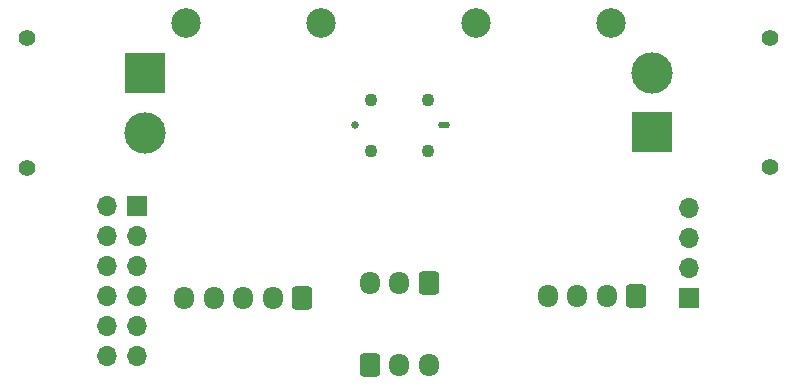
<source format=gbr>
%TF.GenerationSoftware,KiCad,Pcbnew,7.0.11*%
%TF.CreationDate,2025-01-20T01:43:57+09:00*%
%TF.ProjectId,Relay,52656c61-792e-46b6-9963-61645f706362,rev?*%
%TF.SameCoordinates,Original*%
%TF.FileFunction,Soldermask,Bot*%
%TF.FilePolarity,Negative*%
%FSLAX46Y46*%
G04 Gerber Fmt 4.6, Leading zero omitted, Abs format (unit mm)*
G04 Created by KiCad (PCBNEW 7.0.11) date 2025-01-20 01:43:57*
%MOMM*%
%LPD*%
G01*
G04 APERTURE LIST*
G04 Aperture macros list*
%AMRoundRect*
0 Rectangle with rounded corners*
0 $1 Rounding radius*
0 $2 $3 $4 $5 $6 $7 $8 $9 X,Y pos of 4 corners*
0 Add a 4 corners polygon primitive as box body*
4,1,4,$2,$3,$4,$5,$6,$7,$8,$9,$2,$3,0*
0 Add four circle primitives for the rounded corners*
1,1,$1+$1,$2,$3*
1,1,$1+$1,$4,$5*
1,1,$1+$1,$6,$7*
1,1,$1+$1,$8,$9*
0 Add four rect primitives between the rounded corners*
20,1,$1+$1,$2,$3,$4,$5,0*
20,1,$1+$1,$4,$5,$6,$7,0*
20,1,$1+$1,$6,$7,$8,$9,0*
20,1,$1+$1,$8,$9,$2,$3,0*%
G04 Aperture macros list end*
%ADD10C,1.400000*%
%ADD11R,3.500000X3.500000*%
%ADD12C,3.500000*%
%ADD13RoundRect,0.250000X-0.600000X-0.725000X0.600000X-0.725000X0.600000X0.725000X-0.600000X0.725000X0*%
%ADD14O,1.700000X1.950000*%
%ADD15C,0.660000*%
%ADD16O,1.000000X0.580000*%
%ADD17C,1.100000*%
%ADD18C,2.500000*%
%ADD19RoundRect,0.250000X0.600000X0.725000X-0.600000X0.725000X-0.600000X-0.725000X0.600000X-0.725000X0*%
%ADD20R,1.700000X1.700000*%
%ADD21O,1.700000X1.700000*%
G04 APERTURE END LIST*
D10*
%TO.C,J4*%
X120897000Y-86145000D03*
X120897000Y-75145000D03*
D11*
X130897000Y-78145000D03*
D12*
X130897000Y-83145000D03*
%TD*%
D13*
%TO.C,J5*%
X149900000Y-102853000D03*
D14*
X152400000Y-102853000D03*
X154900000Y-102853000D03*
%TD*%
D15*
%TO.C,J1*%
X148650000Y-82550000D03*
D16*
X156150000Y-82550000D03*
D17*
X150000000Y-80400000D03*
X150000000Y-84700000D03*
X154800000Y-80400000D03*
X154800000Y-84700000D03*
%TD*%
D18*
%TO.C,U2*%
X158877000Y-73906000D03*
X170307000Y-73906000D03*
%TD*%
D19*
%TO.C,J6*%
X154900000Y-95902000D03*
D14*
X152400000Y-95902000D03*
X149900000Y-95902000D03*
%TD*%
D20*
%TO.C,J8*%
X130212000Y-89408000D03*
D21*
X127672000Y-89408000D03*
X130212000Y-91948000D03*
X127672000Y-91948000D03*
X130212000Y-94488000D03*
X127672000Y-94488000D03*
X130212000Y-97028000D03*
X127672000Y-97028000D03*
X130212000Y-99568000D03*
X127672000Y-99568000D03*
X130212000Y-102108000D03*
X127672000Y-102108000D03*
%TD*%
D10*
%TO.C,J3*%
X183769000Y-75106000D03*
X183769000Y-86106000D03*
D11*
X173769000Y-83106000D03*
D12*
X173769000Y-78106000D03*
%TD*%
D18*
%TO.C,U1*%
X134366000Y-73914000D03*
X145796000Y-73914000D03*
%TD*%
D20*
%TO.C,J7*%
X176956000Y-97195000D03*
D21*
X176956000Y-94655000D03*
X176956000Y-92115000D03*
X176956000Y-89575000D03*
%TD*%
D19*
%TO.C,J9*%
X172466000Y-97028000D03*
D14*
X169966000Y-97028000D03*
X167466000Y-97028000D03*
X164966000Y-97028000D03*
%TD*%
D19*
%TO.C,J2*%
X144192000Y-97134000D03*
D14*
X141692000Y-97134000D03*
X139192000Y-97134000D03*
X136692000Y-97134000D03*
X134192000Y-97134000D03*
%TD*%
M02*

</source>
